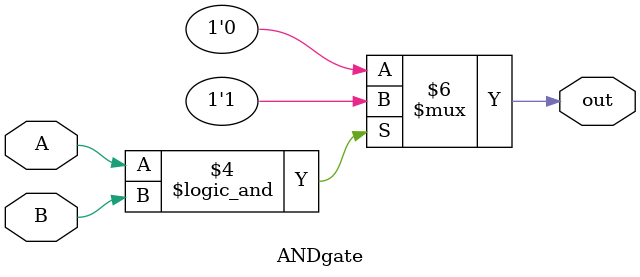
<source format=v>
`timescale 1ns / 1ps


module ANDgate(A, B, out);
    input A, B;
    output reg out;
    
    always@(A , B) begin
        if (A == 1'b1 && B == 1'b1) begin
            out <= 1;
        end
        else begin
            out <= 0;
        end
    end
endmodule

</source>
